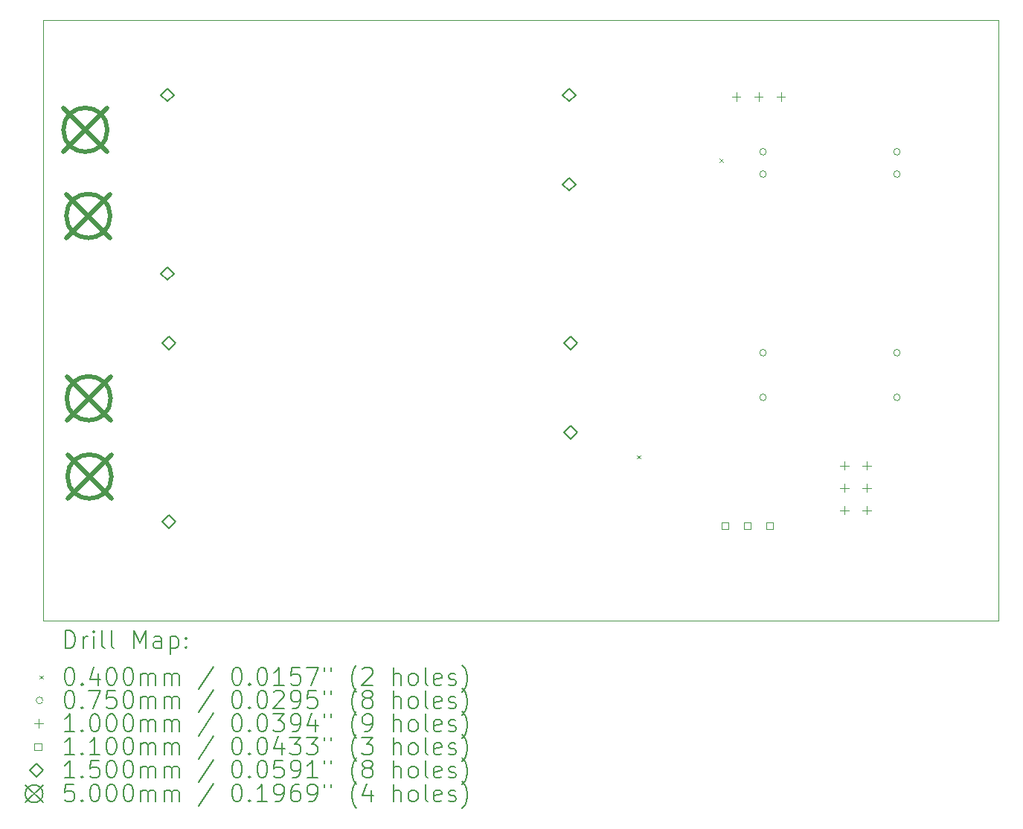
<source format=gbr>
%TF.GenerationSoftware,KiCad,Pcbnew,(6.0.7)*%
%TF.CreationDate,2023-04-08T09:09:30+05:30*%
%TF.ProjectId,aux_PS,6175785f-5053-42e6-9b69-6361645f7063,rev?*%
%TF.SameCoordinates,Original*%
%TF.FileFunction,Drillmap*%
%TF.FilePolarity,Positive*%
%FSLAX45Y45*%
G04 Gerber Fmt 4.5, Leading zero omitted, Abs format (unit mm)*
G04 Created by KiCad (PCBNEW (6.0.7)) date 2023-04-08 09:09:30*
%MOMM*%
%LPD*%
G01*
G04 APERTURE LIST*
%ADD10C,0.100000*%
%ADD11C,0.200000*%
%ADD12C,0.040000*%
%ADD13C,0.075000*%
%ADD14C,0.110000*%
%ADD15C,0.150000*%
%ADD16C,0.500000*%
G04 APERTURE END LIST*
D10*
X5193000Y-4083000D02*
X16062000Y-4083000D01*
X16062000Y-4083000D02*
X16062000Y-10913000D01*
X16062000Y-10913000D02*
X5193000Y-10913000D01*
X5193000Y-10913000D02*
X5193000Y-4083000D01*
D11*
D12*
X11947500Y-9032000D02*
X11987500Y-9072000D01*
X11987500Y-9032000D02*
X11947500Y-9072000D01*
X12890000Y-5655000D02*
X12930000Y-5695000D01*
X12930000Y-5655000D02*
X12890000Y-5695000D01*
D13*
X13421000Y-5580000D02*
G75*
G03*
X13421000Y-5580000I-37500J0D01*
G01*
X13421000Y-5834000D02*
G75*
G03*
X13421000Y-5834000I-37500J0D01*
G01*
X13421000Y-7866000D02*
G75*
G03*
X13421000Y-7866000I-37500J0D01*
G01*
X13421000Y-8374000D02*
G75*
G03*
X13421000Y-8374000I-37500J0D01*
G01*
X14945000Y-5580000D02*
G75*
G03*
X14945000Y-5580000I-37500J0D01*
G01*
X14945000Y-5834000D02*
G75*
G03*
X14945000Y-5834000I-37500J0D01*
G01*
X14945000Y-7866000D02*
G75*
G03*
X14945000Y-7866000I-37500J0D01*
G01*
X14945000Y-8374000D02*
G75*
G03*
X14945000Y-8374000I-37500J0D01*
G01*
D10*
X13079000Y-4904000D02*
X13079000Y-5004000D01*
X13029000Y-4954000D02*
X13129000Y-4954000D01*
X13333000Y-4904000D02*
X13333000Y-5004000D01*
X13283000Y-4954000D02*
X13383000Y-4954000D01*
X13587000Y-4904000D02*
X13587000Y-5004000D01*
X13537000Y-4954000D02*
X13637000Y-4954000D01*
X14310000Y-9099500D02*
X14310000Y-9199500D01*
X14260000Y-9149500D02*
X14360000Y-9149500D01*
X14310000Y-9353500D02*
X14310000Y-9453500D01*
X14260000Y-9403500D02*
X14360000Y-9403500D01*
X14310000Y-9607500D02*
X14310000Y-9707500D01*
X14260000Y-9657500D02*
X14360000Y-9657500D01*
X14564000Y-9099500D02*
X14564000Y-9199500D01*
X14514000Y-9149500D02*
X14614000Y-9149500D01*
X14564000Y-9353500D02*
X14564000Y-9453500D01*
X14514000Y-9403500D02*
X14614000Y-9403500D01*
X14564000Y-9607500D02*
X14564000Y-9707500D01*
X14514000Y-9657500D02*
X14614000Y-9657500D01*
D14*
X12989891Y-9876891D02*
X12989891Y-9799109D01*
X12912109Y-9799109D01*
X12912109Y-9876891D01*
X12989891Y-9876891D01*
X13243891Y-9876891D02*
X13243891Y-9799109D01*
X13166109Y-9799109D01*
X13166109Y-9876891D01*
X13243891Y-9876891D01*
X13497891Y-9876891D02*
X13497891Y-9799109D01*
X13420109Y-9799109D01*
X13420109Y-9876891D01*
X13497891Y-9876891D01*
D15*
X6607000Y-5008000D02*
X6682000Y-4933000D01*
X6607000Y-4858000D01*
X6532000Y-4933000D01*
X6607000Y-5008000D01*
X6607000Y-7040000D02*
X6682000Y-6965000D01*
X6607000Y-6890000D01*
X6532000Y-6965000D01*
X6607000Y-7040000D01*
X6623000Y-7832000D02*
X6698000Y-7757000D01*
X6623000Y-7682000D01*
X6548000Y-7757000D01*
X6623000Y-7832000D01*
X6623000Y-9864000D02*
X6698000Y-9789000D01*
X6623000Y-9714000D01*
X6548000Y-9789000D01*
X6623000Y-9864000D01*
X11179000Y-5008000D02*
X11254000Y-4933000D01*
X11179000Y-4858000D01*
X11104000Y-4933000D01*
X11179000Y-5008000D01*
X11179000Y-6024000D02*
X11254000Y-5949000D01*
X11179000Y-5874000D01*
X11104000Y-5949000D01*
X11179000Y-6024000D01*
X11195000Y-7832000D02*
X11270000Y-7757000D01*
X11195000Y-7682000D01*
X11120000Y-7757000D01*
X11195000Y-7832000D01*
X11195000Y-8848000D02*
X11270000Y-8773000D01*
X11195000Y-8698000D01*
X11120000Y-8773000D01*
X11195000Y-8848000D01*
D16*
X5422000Y-5080000D02*
X5922000Y-5580000D01*
X5922000Y-5080000D02*
X5422000Y-5580000D01*
X5922000Y-5330000D02*
G75*
G03*
X5922000Y-5330000I-250000J0D01*
G01*
X5455000Y-6060000D02*
X5955000Y-6560000D01*
X5955000Y-6060000D02*
X5455000Y-6560000D01*
X5955000Y-6310000D02*
G75*
G03*
X5955000Y-6310000I-250000J0D01*
G01*
X5460000Y-8135000D02*
X5960000Y-8635000D01*
X5960000Y-8135000D02*
X5460000Y-8635000D01*
X5960000Y-8385000D02*
G75*
G03*
X5960000Y-8385000I-250000J0D01*
G01*
X5469000Y-9025000D02*
X5969000Y-9525000D01*
X5969000Y-9025000D02*
X5469000Y-9525000D01*
X5969000Y-9275000D02*
G75*
G03*
X5969000Y-9275000I-250000J0D01*
G01*
D11*
X5445619Y-11228476D02*
X5445619Y-11028476D01*
X5493238Y-11028476D01*
X5521810Y-11038000D01*
X5540857Y-11057048D01*
X5550381Y-11076095D01*
X5559905Y-11114190D01*
X5559905Y-11142762D01*
X5550381Y-11180857D01*
X5540857Y-11199905D01*
X5521810Y-11218952D01*
X5493238Y-11228476D01*
X5445619Y-11228476D01*
X5645619Y-11228476D02*
X5645619Y-11095143D01*
X5645619Y-11133238D02*
X5655143Y-11114190D01*
X5664667Y-11104667D01*
X5683714Y-11095143D01*
X5702762Y-11095143D01*
X5769428Y-11228476D02*
X5769428Y-11095143D01*
X5769428Y-11028476D02*
X5759905Y-11038000D01*
X5769428Y-11047524D01*
X5778952Y-11038000D01*
X5769428Y-11028476D01*
X5769428Y-11047524D01*
X5893238Y-11228476D02*
X5874190Y-11218952D01*
X5864667Y-11199905D01*
X5864667Y-11028476D01*
X5998000Y-11228476D02*
X5978952Y-11218952D01*
X5969428Y-11199905D01*
X5969428Y-11028476D01*
X6226571Y-11228476D02*
X6226571Y-11028476D01*
X6293238Y-11171333D01*
X6359905Y-11028476D01*
X6359905Y-11228476D01*
X6540857Y-11228476D02*
X6540857Y-11123714D01*
X6531333Y-11104667D01*
X6512286Y-11095143D01*
X6474190Y-11095143D01*
X6455143Y-11104667D01*
X6540857Y-11218952D02*
X6521809Y-11228476D01*
X6474190Y-11228476D01*
X6455143Y-11218952D01*
X6445619Y-11199905D01*
X6445619Y-11180857D01*
X6455143Y-11161810D01*
X6474190Y-11152286D01*
X6521809Y-11152286D01*
X6540857Y-11142762D01*
X6636095Y-11095143D02*
X6636095Y-11295143D01*
X6636095Y-11104667D02*
X6655143Y-11095143D01*
X6693238Y-11095143D01*
X6712286Y-11104667D01*
X6721809Y-11114190D01*
X6731333Y-11133238D01*
X6731333Y-11190381D01*
X6721809Y-11209428D01*
X6712286Y-11218952D01*
X6693238Y-11228476D01*
X6655143Y-11228476D01*
X6636095Y-11218952D01*
X6817048Y-11209428D02*
X6826571Y-11218952D01*
X6817048Y-11228476D01*
X6807524Y-11218952D01*
X6817048Y-11209428D01*
X6817048Y-11228476D01*
X6817048Y-11104667D02*
X6826571Y-11114190D01*
X6817048Y-11123714D01*
X6807524Y-11114190D01*
X6817048Y-11104667D01*
X6817048Y-11123714D01*
D12*
X5148000Y-11538000D02*
X5188000Y-11578000D01*
X5188000Y-11538000D02*
X5148000Y-11578000D01*
D11*
X5483714Y-11448476D02*
X5502762Y-11448476D01*
X5521810Y-11458000D01*
X5531333Y-11467524D01*
X5540857Y-11486571D01*
X5550381Y-11524667D01*
X5550381Y-11572286D01*
X5540857Y-11610381D01*
X5531333Y-11629428D01*
X5521810Y-11638952D01*
X5502762Y-11648476D01*
X5483714Y-11648476D01*
X5464667Y-11638952D01*
X5455143Y-11629428D01*
X5445619Y-11610381D01*
X5436095Y-11572286D01*
X5436095Y-11524667D01*
X5445619Y-11486571D01*
X5455143Y-11467524D01*
X5464667Y-11458000D01*
X5483714Y-11448476D01*
X5636095Y-11629428D02*
X5645619Y-11638952D01*
X5636095Y-11648476D01*
X5626571Y-11638952D01*
X5636095Y-11629428D01*
X5636095Y-11648476D01*
X5817048Y-11515143D02*
X5817048Y-11648476D01*
X5769428Y-11438952D02*
X5721809Y-11581809D01*
X5845619Y-11581809D01*
X5959905Y-11448476D02*
X5978952Y-11448476D01*
X5998000Y-11458000D01*
X6007524Y-11467524D01*
X6017048Y-11486571D01*
X6026571Y-11524667D01*
X6026571Y-11572286D01*
X6017048Y-11610381D01*
X6007524Y-11629428D01*
X5998000Y-11638952D01*
X5978952Y-11648476D01*
X5959905Y-11648476D01*
X5940857Y-11638952D01*
X5931333Y-11629428D01*
X5921809Y-11610381D01*
X5912286Y-11572286D01*
X5912286Y-11524667D01*
X5921809Y-11486571D01*
X5931333Y-11467524D01*
X5940857Y-11458000D01*
X5959905Y-11448476D01*
X6150381Y-11448476D02*
X6169428Y-11448476D01*
X6188476Y-11458000D01*
X6198000Y-11467524D01*
X6207524Y-11486571D01*
X6217048Y-11524667D01*
X6217048Y-11572286D01*
X6207524Y-11610381D01*
X6198000Y-11629428D01*
X6188476Y-11638952D01*
X6169428Y-11648476D01*
X6150381Y-11648476D01*
X6131333Y-11638952D01*
X6121809Y-11629428D01*
X6112286Y-11610381D01*
X6102762Y-11572286D01*
X6102762Y-11524667D01*
X6112286Y-11486571D01*
X6121809Y-11467524D01*
X6131333Y-11458000D01*
X6150381Y-11448476D01*
X6302762Y-11648476D02*
X6302762Y-11515143D01*
X6302762Y-11534190D02*
X6312286Y-11524667D01*
X6331333Y-11515143D01*
X6359905Y-11515143D01*
X6378952Y-11524667D01*
X6388476Y-11543714D01*
X6388476Y-11648476D01*
X6388476Y-11543714D02*
X6398000Y-11524667D01*
X6417048Y-11515143D01*
X6445619Y-11515143D01*
X6464667Y-11524667D01*
X6474190Y-11543714D01*
X6474190Y-11648476D01*
X6569428Y-11648476D02*
X6569428Y-11515143D01*
X6569428Y-11534190D02*
X6578952Y-11524667D01*
X6598000Y-11515143D01*
X6626571Y-11515143D01*
X6645619Y-11524667D01*
X6655143Y-11543714D01*
X6655143Y-11648476D01*
X6655143Y-11543714D02*
X6664667Y-11524667D01*
X6683714Y-11515143D01*
X6712286Y-11515143D01*
X6731333Y-11524667D01*
X6740857Y-11543714D01*
X6740857Y-11648476D01*
X7131333Y-11438952D02*
X6959905Y-11696095D01*
X7388476Y-11448476D02*
X7407524Y-11448476D01*
X7426571Y-11458000D01*
X7436095Y-11467524D01*
X7445619Y-11486571D01*
X7455143Y-11524667D01*
X7455143Y-11572286D01*
X7445619Y-11610381D01*
X7436095Y-11629428D01*
X7426571Y-11638952D01*
X7407524Y-11648476D01*
X7388476Y-11648476D01*
X7369428Y-11638952D01*
X7359905Y-11629428D01*
X7350381Y-11610381D01*
X7340857Y-11572286D01*
X7340857Y-11524667D01*
X7350381Y-11486571D01*
X7359905Y-11467524D01*
X7369428Y-11458000D01*
X7388476Y-11448476D01*
X7540857Y-11629428D02*
X7550381Y-11638952D01*
X7540857Y-11648476D01*
X7531333Y-11638952D01*
X7540857Y-11629428D01*
X7540857Y-11648476D01*
X7674190Y-11448476D02*
X7693238Y-11448476D01*
X7712286Y-11458000D01*
X7721809Y-11467524D01*
X7731333Y-11486571D01*
X7740857Y-11524667D01*
X7740857Y-11572286D01*
X7731333Y-11610381D01*
X7721809Y-11629428D01*
X7712286Y-11638952D01*
X7693238Y-11648476D01*
X7674190Y-11648476D01*
X7655143Y-11638952D01*
X7645619Y-11629428D01*
X7636095Y-11610381D01*
X7626571Y-11572286D01*
X7626571Y-11524667D01*
X7636095Y-11486571D01*
X7645619Y-11467524D01*
X7655143Y-11458000D01*
X7674190Y-11448476D01*
X7931333Y-11648476D02*
X7817048Y-11648476D01*
X7874190Y-11648476D02*
X7874190Y-11448476D01*
X7855143Y-11477048D01*
X7836095Y-11496095D01*
X7817048Y-11505619D01*
X8112286Y-11448476D02*
X8017048Y-11448476D01*
X8007524Y-11543714D01*
X8017048Y-11534190D01*
X8036095Y-11524667D01*
X8083714Y-11524667D01*
X8102762Y-11534190D01*
X8112286Y-11543714D01*
X8121809Y-11562762D01*
X8121809Y-11610381D01*
X8112286Y-11629428D01*
X8102762Y-11638952D01*
X8083714Y-11648476D01*
X8036095Y-11648476D01*
X8017048Y-11638952D01*
X8007524Y-11629428D01*
X8188476Y-11448476D02*
X8321809Y-11448476D01*
X8236095Y-11648476D01*
X8388476Y-11448476D02*
X8388476Y-11486571D01*
X8464667Y-11448476D02*
X8464667Y-11486571D01*
X8759905Y-11724667D02*
X8750381Y-11715143D01*
X8731333Y-11686571D01*
X8721810Y-11667524D01*
X8712286Y-11638952D01*
X8702762Y-11591333D01*
X8702762Y-11553238D01*
X8712286Y-11505619D01*
X8721810Y-11477048D01*
X8731333Y-11458000D01*
X8750381Y-11429428D01*
X8759905Y-11419905D01*
X8826571Y-11467524D02*
X8836095Y-11458000D01*
X8855143Y-11448476D01*
X8902762Y-11448476D01*
X8921810Y-11458000D01*
X8931333Y-11467524D01*
X8940857Y-11486571D01*
X8940857Y-11505619D01*
X8931333Y-11534190D01*
X8817048Y-11648476D01*
X8940857Y-11648476D01*
X9178952Y-11648476D02*
X9178952Y-11448476D01*
X9264667Y-11648476D02*
X9264667Y-11543714D01*
X9255143Y-11524667D01*
X9236095Y-11515143D01*
X9207524Y-11515143D01*
X9188476Y-11524667D01*
X9178952Y-11534190D01*
X9388476Y-11648476D02*
X9369429Y-11638952D01*
X9359905Y-11629428D01*
X9350381Y-11610381D01*
X9350381Y-11553238D01*
X9359905Y-11534190D01*
X9369429Y-11524667D01*
X9388476Y-11515143D01*
X9417048Y-11515143D01*
X9436095Y-11524667D01*
X9445619Y-11534190D01*
X9455143Y-11553238D01*
X9455143Y-11610381D01*
X9445619Y-11629428D01*
X9436095Y-11638952D01*
X9417048Y-11648476D01*
X9388476Y-11648476D01*
X9569429Y-11648476D02*
X9550381Y-11638952D01*
X9540857Y-11619905D01*
X9540857Y-11448476D01*
X9721810Y-11638952D02*
X9702762Y-11648476D01*
X9664667Y-11648476D01*
X9645619Y-11638952D01*
X9636095Y-11619905D01*
X9636095Y-11543714D01*
X9645619Y-11524667D01*
X9664667Y-11515143D01*
X9702762Y-11515143D01*
X9721810Y-11524667D01*
X9731333Y-11543714D01*
X9731333Y-11562762D01*
X9636095Y-11581809D01*
X9807524Y-11638952D02*
X9826571Y-11648476D01*
X9864667Y-11648476D01*
X9883714Y-11638952D01*
X9893238Y-11619905D01*
X9893238Y-11610381D01*
X9883714Y-11591333D01*
X9864667Y-11581809D01*
X9836095Y-11581809D01*
X9817048Y-11572286D01*
X9807524Y-11553238D01*
X9807524Y-11543714D01*
X9817048Y-11524667D01*
X9836095Y-11515143D01*
X9864667Y-11515143D01*
X9883714Y-11524667D01*
X9959905Y-11724667D02*
X9969429Y-11715143D01*
X9988476Y-11686571D01*
X9998000Y-11667524D01*
X10007524Y-11638952D01*
X10017048Y-11591333D01*
X10017048Y-11553238D01*
X10007524Y-11505619D01*
X9998000Y-11477048D01*
X9988476Y-11458000D01*
X9969429Y-11429428D01*
X9959905Y-11419905D01*
D13*
X5188000Y-11822000D02*
G75*
G03*
X5188000Y-11822000I-37500J0D01*
G01*
D11*
X5483714Y-11712476D02*
X5502762Y-11712476D01*
X5521810Y-11722000D01*
X5531333Y-11731524D01*
X5540857Y-11750571D01*
X5550381Y-11788667D01*
X5550381Y-11836286D01*
X5540857Y-11874381D01*
X5531333Y-11893428D01*
X5521810Y-11902952D01*
X5502762Y-11912476D01*
X5483714Y-11912476D01*
X5464667Y-11902952D01*
X5455143Y-11893428D01*
X5445619Y-11874381D01*
X5436095Y-11836286D01*
X5436095Y-11788667D01*
X5445619Y-11750571D01*
X5455143Y-11731524D01*
X5464667Y-11722000D01*
X5483714Y-11712476D01*
X5636095Y-11893428D02*
X5645619Y-11902952D01*
X5636095Y-11912476D01*
X5626571Y-11902952D01*
X5636095Y-11893428D01*
X5636095Y-11912476D01*
X5712286Y-11712476D02*
X5845619Y-11712476D01*
X5759905Y-11912476D01*
X6017048Y-11712476D02*
X5921809Y-11712476D01*
X5912286Y-11807714D01*
X5921809Y-11798190D01*
X5940857Y-11788667D01*
X5988476Y-11788667D01*
X6007524Y-11798190D01*
X6017048Y-11807714D01*
X6026571Y-11826762D01*
X6026571Y-11874381D01*
X6017048Y-11893428D01*
X6007524Y-11902952D01*
X5988476Y-11912476D01*
X5940857Y-11912476D01*
X5921809Y-11902952D01*
X5912286Y-11893428D01*
X6150381Y-11712476D02*
X6169428Y-11712476D01*
X6188476Y-11722000D01*
X6198000Y-11731524D01*
X6207524Y-11750571D01*
X6217048Y-11788667D01*
X6217048Y-11836286D01*
X6207524Y-11874381D01*
X6198000Y-11893428D01*
X6188476Y-11902952D01*
X6169428Y-11912476D01*
X6150381Y-11912476D01*
X6131333Y-11902952D01*
X6121809Y-11893428D01*
X6112286Y-11874381D01*
X6102762Y-11836286D01*
X6102762Y-11788667D01*
X6112286Y-11750571D01*
X6121809Y-11731524D01*
X6131333Y-11722000D01*
X6150381Y-11712476D01*
X6302762Y-11912476D02*
X6302762Y-11779143D01*
X6302762Y-11798190D02*
X6312286Y-11788667D01*
X6331333Y-11779143D01*
X6359905Y-11779143D01*
X6378952Y-11788667D01*
X6388476Y-11807714D01*
X6388476Y-11912476D01*
X6388476Y-11807714D02*
X6398000Y-11788667D01*
X6417048Y-11779143D01*
X6445619Y-11779143D01*
X6464667Y-11788667D01*
X6474190Y-11807714D01*
X6474190Y-11912476D01*
X6569428Y-11912476D02*
X6569428Y-11779143D01*
X6569428Y-11798190D02*
X6578952Y-11788667D01*
X6598000Y-11779143D01*
X6626571Y-11779143D01*
X6645619Y-11788667D01*
X6655143Y-11807714D01*
X6655143Y-11912476D01*
X6655143Y-11807714D02*
X6664667Y-11788667D01*
X6683714Y-11779143D01*
X6712286Y-11779143D01*
X6731333Y-11788667D01*
X6740857Y-11807714D01*
X6740857Y-11912476D01*
X7131333Y-11702952D02*
X6959905Y-11960095D01*
X7388476Y-11712476D02*
X7407524Y-11712476D01*
X7426571Y-11722000D01*
X7436095Y-11731524D01*
X7445619Y-11750571D01*
X7455143Y-11788667D01*
X7455143Y-11836286D01*
X7445619Y-11874381D01*
X7436095Y-11893428D01*
X7426571Y-11902952D01*
X7407524Y-11912476D01*
X7388476Y-11912476D01*
X7369428Y-11902952D01*
X7359905Y-11893428D01*
X7350381Y-11874381D01*
X7340857Y-11836286D01*
X7340857Y-11788667D01*
X7350381Y-11750571D01*
X7359905Y-11731524D01*
X7369428Y-11722000D01*
X7388476Y-11712476D01*
X7540857Y-11893428D02*
X7550381Y-11902952D01*
X7540857Y-11912476D01*
X7531333Y-11902952D01*
X7540857Y-11893428D01*
X7540857Y-11912476D01*
X7674190Y-11712476D02*
X7693238Y-11712476D01*
X7712286Y-11722000D01*
X7721809Y-11731524D01*
X7731333Y-11750571D01*
X7740857Y-11788667D01*
X7740857Y-11836286D01*
X7731333Y-11874381D01*
X7721809Y-11893428D01*
X7712286Y-11902952D01*
X7693238Y-11912476D01*
X7674190Y-11912476D01*
X7655143Y-11902952D01*
X7645619Y-11893428D01*
X7636095Y-11874381D01*
X7626571Y-11836286D01*
X7626571Y-11788667D01*
X7636095Y-11750571D01*
X7645619Y-11731524D01*
X7655143Y-11722000D01*
X7674190Y-11712476D01*
X7817048Y-11731524D02*
X7826571Y-11722000D01*
X7845619Y-11712476D01*
X7893238Y-11712476D01*
X7912286Y-11722000D01*
X7921809Y-11731524D01*
X7931333Y-11750571D01*
X7931333Y-11769619D01*
X7921809Y-11798190D01*
X7807524Y-11912476D01*
X7931333Y-11912476D01*
X8026571Y-11912476D02*
X8064667Y-11912476D01*
X8083714Y-11902952D01*
X8093238Y-11893428D01*
X8112286Y-11864857D01*
X8121809Y-11826762D01*
X8121809Y-11750571D01*
X8112286Y-11731524D01*
X8102762Y-11722000D01*
X8083714Y-11712476D01*
X8045619Y-11712476D01*
X8026571Y-11722000D01*
X8017048Y-11731524D01*
X8007524Y-11750571D01*
X8007524Y-11798190D01*
X8017048Y-11817238D01*
X8026571Y-11826762D01*
X8045619Y-11836286D01*
X8083714Y-11836286D01*
X8102762Y-11826762D01*
X8112286Y-11817238D01*
X8121809Y-11798190D01*
X8302762Y-11712476D02*
X8207524Y-11712476D01*
X8198000Y-11807714D01*
X8207524Y-11798190D01*
X8226571Y-11788667D01*
X8274190Y-11788667D01*
X8293238Y-11798190D01*
X8302762Y-11807714D01*
X8312286Y-11826762D01*
X8312286Y-11874381D01*
X8302762Y-11893428D01*
X8293238Y-11902952D01*
X8274190Y-11912476D01*
X8226571Y-11912476D01*
X8207524Y-11902952D01*
X8198000Y-11893428D01*
X8388476Y-11712476D02*
X8388476Y-11750571D01*
X8464667Y-11712476D02*
X8464667Y-11750571D01*
X8759905Y-11988667D02*
X8750381Y-11979143D01*
X8731333Y-11950571D01*
X8721810Y-11931524D01*
X8712286Y-11902952D01*
X8702762Y-11855333D01*
X8702762Y-11817238D01*
X8712286Y-11769619D01*
X8721810Y-11741048D01*
X8731333Y-11722000D01*
X8750381Y-11693428D01*
X8759905Y-11683905D01*
X8864667Y-11798190D02*
X8845619Y-11788667D01*
X8836095Y-11779143D01*
X8826571Y-11760095D01*
X8826571Y-11750571D01*
X8836095Y-11731524D01*
X8845619Y-11722000D01*
X8864667Y-11712476D01*
X8902762Y-11712476D01*
X8921810Y-11722000D01*
X8931333Y-11731524D01*
X8940857Y-11750571D01*
X8940857Y-11760095D01*
X8931333Y-11779143D01*
X8921810Y-11788667D01*
X8902762Y-11798190D01*
X8864667Y-11798190D01*
X8845619Y-11807714D01*
X8836095Y-11817238D01*
X8826571Y-11836286D01*
X8826571Y-11874381D01*
X8836095Y-11893428D01*
X8845619Y-11902952D01*
X8864667Y-11912476D01*
X8902762Y-11912476D01*
X8921810Y-11902952D01*
X8931333Y-11893428D01*
X8940857Y-11874381D01*
X8940857Y-11836286D01*
X8931333Y-11817238D01*
X8921810Y-11807714D01*
X8902762Y-11798190D01*
X9178952Y-11912476D02*
X9178952Y-11712476D01*
X9264667Y-11912476D02*
X9264667Y-11807714D01*
X9255143Y-11788667D01*
X9236095Y-11779143D01*
X9207524Y-11779143D01*
X9188476Y-11788667D01*
X9178952Y-11798190D01*
X9388476Y-11912476D02*
X9369429Y-11902952D01*
X9359905Y-11893428D01*
X9350381Y-11874381D01*
X9350381Y-11817238D01*
X9359905Y-11798190D01*
X9369429Y-11788667D01*
X9388476Y-11779143D01*
X9417048Y-11779143D01*
X9436095Y-11788667D01*
X9445619Y-11798190D01*
X9455143Y-11817238D01*
X9455143Y-11874381D01*
X9445619Y-11893428D01*
X9436095Y-11902952D01*
X9417048Y-11912476D01*
X9388476Y-11912476D01*
X9569429Y-11912476D02*
X9550381Y-11902952D01*
X9540857Y-11883905D01*
X9540857Y-11712476D01*
X9721810Y-11902952D02*
X9702762Y-11912476D01*
X9664667Y-11912476D01*
X9645619Y-11902952D01*
X9636095Y-11883905D01*
X9636095Y-11807714D01*
X9645619Y-11788667D01*
X9664667Y-11779143D01*
X9702762Y-11779143D01*
X9721810Y-11788667D01*
X9731333Y-11807714D01*
X9731333Y-11826762D01*
X9636095Y-11845809D01*
X9807524Y-11902952D02*
X9826571Y-11912476D01*
X9864667Y-11912476D01*
X9883714Y-11902952D01*
X9893238Y-11883905D01*
X9893238Y-11874381D01*
X9883714Y-11855333D01*
X9864667Y-11845809D01*
X9836095Y-11845809D01*
X9817048Y-11836286D01*
X9807524Y-11817238D01*
X9807524Y-11807714D01*
X9817048Y-11788667D01*
X9836095Y-11779143D01*
X9864667Y-11779143D01*
X9883714Y-11788667D01*
X9959905Y-11988667D02*
X9969429Y-11979143D01*
X9988476Y-11950571D01*
X9998000Y-11931524D01*
X10007524Y-11902952D01*
X10017048Y-11855333D01*
X10017048Y-11817238D01*
X10007524Y-11769619D01*
X9998000Y-11741048D01*
X9988476Y-11722000D01*
X9969429Y-11693428D01*
X9959905Y-11683905D01*
D10*
X5138000Y-12036000D02*
X5138000Y-12136000D01*
X5088000Y-12086000D02*
X5188000Y-12086000D01*
D11*
X5550381Y-12176476D02*
X5436095Y-12176476D01*
X5493238Y-12176476D02*
X5493238Y-11976476D01*
X5474190Y-12005048D01*
X5455143Y-12024095D01*
X5436095Y-12033619D01*
X5636095Y-12157428D02*
X5645619Y-12166952D01*
X5636095Y-12176476D01*
X5626571Y-12166952D01*
X5636095Y-12157428D01*
X5636095Y-12176476D01*
X5769428Y-11976476D02*
X5788476Y-11976476D01*
X5807524Y-11986000D01*
X5817048Y-11995524D01*
X5826571Y-12014571D01*
X5836095Y-12052667D01*
X5836095Y-12100286D01*
X5826571Y-12138381D01*
X5817048Y-12157428D01*
X5807524Y-12166952D01*
X5788476Y-12176476D01*
X5769428Y-12176476D01*
X5750381Y-12166952D01*
X5740857Y-12157428D01*
X5731333Y-12138381D01*
X5721809Y-12100286D01*
X5721809Y-12052667D01*
X5731333Y-12014571D01*
X5740857Y-11995524D01*
X5750381Y-11986000D01*
X5769428Y-11976476D01*
X5959905Y-11976476D02*
X5978952Y-11976476D01*
X5998000Y-11986000D01*
X6007524Y-11995524D01*
X6017048Y-12014571D01*
X6026571Y-12052667D01*
X6026571Y-12100286D01*
X6017048Y-12138381D01*
X6007524Y-12157428D01*
X5998000Y-12166952D01*
X5978952Y-12176476D01*
X5959905Y-12176476D01*
X5940857Y-12166952D01*
X5931333Y-12157428D01*
X5921809Y-12138381D01*
X5912286Y-12100286D01*
X5912286Y-12052667D01*
X5921809Y-12014571D01*
X5931333Y-11995524D01*
X5940857Y-11986000D01*
X5959905Y-11976476D01*
X6150381Y-11976476D02*
X6169428Y-11976476D01*
X6188476Y-11986000D01*
X6198000Y-11995524D01*
X6207524Y-12014571D01*
X6217048Y-12052667D01*
X6217048Y-12100286D01*
X6207524Y-12138381D01*
X6198000Y-12157428D01*
X6188476Y-12166952D01*
X6169428Y-12176476D01*
X6150381Y-12176476D01*
X6131333Y-12166952D01*
X6121809Y-12157428D01*
X6112286Y-12138381D01*
X6102762Y-12100286D01*
X6102762Y-12052667D01*
X6112286Y-12014571D01*
X6121809Y-11995524D01*
X6131333Y-11986000D01*
X6150381Y-11976476D01*
X6302762Y-12176476D02*
X6302762Y-12043143D01*
X6302762Y-12062190D02*
X6312286Y-12052667D01*
X6331333Y-12043143D01*
X6359905Y-12043143D01*
X6378952Y-12052667D01*
X6388476Y-12071714D01*
X6388476Y-12176476D01*
X6388476Y-12071714D02*
X6398000Y-12052667D01*
X6417048Y-12043143D01*
X6445619Y-12043143D01*
X6464667Y-12052667D01*
X6474190Y-12071714D01*
X6474190Y-12176476D01*
X6569428Y-12176476D02*
X6569428Y-12043143D01*
X6569428Y-12062190D02*
X6578952Y-12052667D01*
X6598000Y-12043143D01*
X6626571Y-12043143D01*
X6645619Y-12052667D01*
X6655143Y-12071714D01*
X6655143Y-12176476D01*
X6655143Y-12071714D02*
X6664667Y-12052667D01*
X6683714Y-12043143D01*
X6712286Y-12043143D01*
X6731333Y-12052667D01*
X6740857Y-12071714D01*
X6740857Y-12176476D01*
X7131333Y-11966952D02*
X6959905Y-12224095D01*
X7388476Y-11976476D02*
X7407524Y-11976476D01*
X7426571Y-11986000D01*
X7436095Y-11995524D01*
X7445619Y-12014571D01*
X7455143Y-12052667D01*
X7455143Y-12100286D01*
X7445619Y-12138381D01*
X7436095Y-12157428D01*
X7426571Y-12166952D01*
X7407524Y-12176476D01*
X7388476Y-12176476D01*
X7369428Y-12166952D01*
X7359905Y-12157428D01*
X7350381Y-12138381D01*
X7340857Y-12100286D01*
X7340857Y-12052667D01*
X7350381Y-12014571D01*
X7359905Y-11995524D01*
X7369428Y-11986000D01*
X7388476Y-11976476D01*
X7540857Y-12157428D02*
X7550381Y-12166952D01*
X7540857Y-12176476D01*
X7531333Y-12166952D01*
X7540857Y-12157428D01*
X7540857Y-12176476D01*
X7674190Y-11976476D02*
X7693238Y-11976476D01*
X7712286Y-11986000D01*
X7721809Y-11995524D01*
X7731333Y-12014571D01*
X7740857Y-12052667D01*
X7740857Y-12100286D01*
X7731333Y-12138381D01*
X7721809Y-12157428D01*
X7712286Y-12166952D01*
X7693238Y-12176476D01*
X7674190Y-12176476D01*
X7655143Y-12166952D01*
X7645619Y-12157428D01*
X7636095Y-12138381D01*
X7626571Y-12100286D01*
X7626571Y-12052667D01*
X7636095Y-12014571D01*
X7645619Y-11995524D01*
X7655143Y-11986000D01*
X7674190Y-11976476D01*
X7807524Y-11976476D02*
X7931333Y-11976476D01*
X7864667Y-12052667D01*
X7893238Y-12052667D01*
X7912286Y-12062190D01*
X7921809Y-12071714D01*
X7931333Y-12090762D01*
X7931333Y-12138381D01*
X7921809Y-12157428D01*
X7912286Y-12166952D01*
X7893238Y-12176476D01*
X7836095Y-12176476D01*
X7817048Y-12166952D01*
X7807524Y-12157428D01*
X8026571Y-12176476D02*
X8064667Y-12176476D01*
X8083714Y-12166952D01*
X8093238Y-12157428D01*
X8112286Y-12128857D01*
X8121809Y-12090762D01*
X8121809Y-12014571D01*
X8112286Y-11995524D01*
X8102762Y-11986000D01*
X8083714Y-11976476D01*
X8045619Y-11976476D01*
X8026571Y-11986000D01*
X8017048Y-11995524D01*
X8007524Y-12014571D01*
X8007524Y-12062190D01*
X8017048Y-12081238D01*
X8026571Y-12090762D01*
X8045619Y-12100286D01*
X8083714Y-12100286D01*
X8102762Y-12090762D01*
X8112286Y-12081238D01*
X8121809Y-12062190D01*
X8293238Y-12043143D02*
X8293238Y-12176476D01*
X8245619Y-11966952D02*
X8198000Y-12109809D01*
X8321809Y-12109809D01*
X8388476Y-11976476D02*
X8388476Y-12014571D01*
X8464667Y-11976476D02*
X8464667Y-12014571D01*
X8759905Y-12252667D02*
X8750381Y-12243143D01*
X8731333Y-12214571D01*
X8721810Y-12195524D01*
X8712286Y-12166952D01*
X8702762Y-12119333D01*
X8702762Y-12081238D01*
X8712286Y-12033619D01*
X8721810Y-12005048D01*
X8731333Y-11986000D01*
X8750381Y-11957428D01*
X8759905Y-11947905D01*
X8845619Y-12176476D02*
X8883714Y-12176476D01*
X8902762Y-12166952D01*
X8912286Y-12157428D01*
X8931333Y-12128857D01*
X8940857Y-12090762D01*
X8940857Y-12014571D01*
X8931333Y-11995524D01*
X8921810Y-11986000D01*
X8902762Y-11976476D01*
X8864667Y-11976476D01*
X8845619Y-11986000D01*
X8836095Y-11995524D01*
X8826571Y-12014571D01*
X8826571Y-12062190D01*
X8836095Y-12081238D01*
X8845619Y-12090762D01*
X8864667Y-12100286D01*
X8902762Y-12100286D01*
X8921810Y-12090762D01*
X8931333Y-12081238D01*
X8940857Y-12062190D01*
X9178952Y-12176476D02*
X9178952Y-11976476D01*
X9264667Y-12176476D02*
X9264667Y-12071714D01*
X9255143Y-12052667D01*
X9236095Y-12043143D01*
X9207524Y-12043143D01*
X9188476Y-12052667D01*
X9178952Y-12062190D01*
X9388476Y-12176476D02*
X9369429Y-12166952D01*
X9359905Y-12157428D01*
X9350381Y-12138381D01*
X9350381Y-12081238D01*
X9359905Y-12062190D01*
X9369429Y-12052667D01*
X9388476Y-12043143D01*
X9417048Y-12043143D01*
X9436095Y-12052667D01*
X9445619Y-12062190D01*
X9455143Y-12081238D01*
X9455143Y-12138381D01*
X9445619Y-12157428D01*
X9436095Y-12166952D01*
X9417048Y-12176476D01*
X9388476Y-12176476D01*
X9569429Y-12176476D02*
X9550381Y-12166952D01*
X9540857Y-12147905D01*
X9540857Y-11976476D01*
X9721810Y-12166952D02*
X9702762Y-12176476D01*
X9664667Y-12176476D01*
X9645619Y-12166952D01*
X9636095Y-12147905D01*
X9636095Y-12071714D01*
X9645619Y-12052667D01*
X9664667Y-12043143D01*
X9702762Y-12043143D01*
X9721810Y-12052667D01*
X9731333Y-12071714D01*
X9731333Y-12090762D01*
X9636095Y-12109809D01*
X9807524Y-12166952D02*
X9826571Y-12176476D01*
X9864667Y-12176476D01*
X9883714Y-12166952D01*
X9893238Y-12147905D01*
X9893238Y-12138381D01*
X9883714Y-12119333D01*
X9864667Y-12109809D01*
X9836095Y-12109809D01*
X9817048Y-12100286D01*
X9807524Y-12081238D01*
X9807524Y-12071714D01*
X9817048Y-12052667D01*
X9836095Y-12043143D01*
X9864667Y-12043143D01*
X9883714Y-12052667D01*
X9959905Y-12252667D02*
X9969429Y-12243143D01*
X9988476Y-12214571D01*
X9998000Y-12195524D01*
X10007524Y-12166952D01*
X10017048Y-12119333D01*
X10017048Y-12081238D01*
X10007524Y-12033619D01*
X9998000Y-12005048D01*
X9988476Y-11986000D01*
X9969429Y-11957428D01*
X9959905Y-11947905D01*
D14*
X5171891Y-12388891D02*
X5171891Y-12311109D01*
X5094109Y-12311109D01*
X5094109Y-12388891D01*
X5171891Y-12388891D01*
D11*
X5550381Y-12440476D02*
X5436095Y-12440476D01*
X5493238Y-12440476D02*
X5493238Y-12240476D01*
X5474190Y-12269048D01*
X5455143Y-12288095D01*
X5436095Y-12297619D01*
X5636095Y-12421428D02*
X5645619Y-12430952D01*
X5636095Y-12440476D01*
X5626571Y-12430952D01*
X5636095Y-12421428D01*
X5636095Y-12440476D01*
X5836095Y-12440476D02*
X5721809Y-12440476D01*
X5778952Y-12440476D02*
X5778952Y-12240476D01*
X5759905Y-12269048D01*
X5740857Y-12288095D01*
X5721809Y-12297619D01*
X5959905Y-12240476D02*
X5978952Y-12240476D01*
X5998000Y-12250000D01*
X6007524Y-12259524D01*
X6017048Y-12278571D01*
X6026571Y-12316667D01*
X6026571Y-12364286D01*
X6017048Y-12402381D01*
X6007524Y-12421428D01*
X5998000Y-12430952D01*
X5978952Y-12440476D01*
X5959905Y-12440476D01*
X5940857Y-12430952D01*
X5931333Y-12421428D01*
X5921809Y-12402381D01*
X5912286Y-12364286D01*
X5912286Y-12316667D01*
X5921809Y-12278571D01*
X5931333Y-12259524D01*
X5940857Y-12250000D01*
X5959905Y-12240476D01*
X6150381Y-12240476D02*
X6169428Y-12240476D01*
X6188476Y-12250000D01*
X6198000Y-12259524D01*
X6207524Y-12278571D01*
X6217048Y-12316667D01*
X6217048Y-12364286D01*
X6207524Y-12402381D01*
X6198000Y-12421428D01*
X6188476Y-12430952D01*
X6169428Y-12440476D01*
X6150381Y-12440476D01*
X6131333Y-12430952D01*
X6121809Y-12421428D01*
X6112286Y-12402381D01*
X6102762Y-12364286D01*
X6102762Y-12316667D01*
X6112286Y-12278571D01*
X6121809Y-12259524D01*
X6131333Y-12250000D01*
X6150381Y-12240476D01*
X6302762Y-12440476D02*
X6302762Y-12307143D01*
X6302762Y-12326190D02*
X6312286Y-12316667D01*
X6331333Y-12307143D01*
X6359905Y-12307143D01*
X6378952Y-12316667D01*
X6388476Y-12335714D01*
X6388476Y-12440476D01*
X6388476Y-12335714D02*
X6398000Y-12316667D01*
X6417048Y-12307143D01*
X6445619Y-12307143D01*
X6464667Y-12316667D01*
X6474190Y-12335714D01*
X6474190Y-12440476D01*
X6569428Y-12440476D02*
X6569428Y-12307143D01*
X6569428Y-12326190D02*
X6578952Y-12316667D01*
X6598000Y-12307143D01*
X6626571Y-12307143D01*
X6645619Y-12316667D01*
X6655143Y-12335714D01*
X6655143Y-12440476D01*
X6655143Y-12335714D02*
X6664667Y-12316667D01*
X6683714Y-12307143D01*
X6712286Y-12307143D01*
X6731333Y-12316667D01*
X6740857Y-12335714D01*
X6740857Y-12440476D01*
X7131333Y-12230952D02*
X6959905Y-12488095D01*
X7388476Y-12240476D02*
X7407524Y-12240476D01*
X7426571Y-12250000D01*
X7436095Y-12259524D01*
X7445619Y-12278571D01*
X7455143Y-12316667D01*
X7455143Y-12364286D01*
X7445619Y-12402381D01*
X7436095Y-12421428D01*
X7426571Y-12430952D01*
X7407524Y-12440476D01*
X7388476Y-12440476D01*
X7369428Y-12430952D01*
X7359905Y-12421428D01*
X7350381Y-12402381D01*
X7340857Y-12364286D01*
X7340857Y-12316667D01*
X7350381Y-12278571D01*
X7359905Y-12259524D01*
X7369428Y-12250000D01*
X7388476Y-12240476D01*
X7540857Y-12421428D02*
X7550381Y-12430952D01*
X7540857Y-12440476D01*
X7531333Y-12430952D01*
X7540857Y-12421428D01*
X7540857Y-12440476D01*
X7674190Y-12240476D02*
X7693238Y-12240476D01*
X7712286Y-12250000D01*
X7721809Y-12259524D01*
X7731333Y-12278571D01*
X7740857Y-12316667D01*
X7740857Y-12364286D01*
X7731333Y-12402381D01*
X7721809Y-12421428D01*
X7712286Y-12430952D01*
X7693238Y-12440476D01*
X7674190Y-12440476D01*
X7655143Y-12430952D01*
X7645619Y-12421428D01*
X7636095Y-12402381D01*
X7626571Y-12364286D01*
X7626571Y-12316667D01*
X7636095Y-12278571D01*
X7645619Y-12259524D01*
X7655143Y-12250000D01*
X7674190Y-12240476D01*
X7912286Y-12307143D02*
X7912286Y-12440476D01*
X7864667Y-12230952D02*
X7817048Y-12373809D01*
X7940857Y-12373809D01*
X7998000Y-12240476D02*
X8121809Y-12240476D01*
X8055143Y-12316667D01*
X8083714Y-12316667D01*
X8102762Y-12326190D01*
X8112286Y-12335714D01*
X8121809Y-12354762D01*
X8121809Y-12402381D01*
X8112286Y-12421428D01*
X8102762Y-12430952D01*
X8083714Y-12440476D01*
X8026571Y-12440476D01*
X8007524Y-12430952D01*
X7998000Y-12421428D01*
X8188476Y-12240476D02*
X8312286Y-12240476D01*
X8245619Y-12316667D01*
X8274190Y-12316667D01*
X8293238Y-12326190D01*
X8302762Y-12335714D01*
X8312286Y-12354762D01*
X8312286Y-12402381D01*
X8302762Y-12421428D01*
X8293238Y-12430952D01*
X8274190Y-12440476D01*
X8217048Y-12440476D01*
X8198000Y-12430952D01*
X8188476Y-12421428D01*
X8388476Y-12240476D02*
X8388476Y-12278571D01*
X8464667Y-12240476D02*
X8464667Y-12278571D01*
X8759905Y-12516667D02*
X8750381Y-12507143D01*
X8731333Y-12478571D01*
X8721810Y-12459524D01*
X8712286Y-12430952D01*
X8702762Y-12383333D01*
X8702762Y-12345238D01*
X8712286Y-12297619D01*
X8721810Y-12269048D01*
X8731333Y-12250000D01*
X8750381Y-12221428D01*
X8759905Y-12211905D01*
X8817048Y-12240476D02*
X8940857Y-12240476D01*
X8874190Y-12316667D01*
X8902762Y-12316667D01*
X8921810Y-12326190D01*
X8931333Y-12335714D01*
X8940857Y-12354762D01*
X8940857Y-12402381D01*
X8931333Y-12421428D01*
X8921810Y-12430952D01*
X8902762Y-12440476D01*
X8845619Y-12440476D01*
X8826571Y-12430952D01*
X8817048Y-12421428D01*
X9178952Y-12440476D02*
X9178952Y-12240476D01*
X9264667Y-12440476D02*
X9264667Y-12335714D01*
X9255143Y-12316667D01*
X9236095Y-12307143D01*
X9207524Y-12307143D01*
X9188476Y-12316667D01*
X9178952Y-12326190D01*
X9388476Y-12440476D02*
X9369429Y-12430952D01*
X9359905Y-12421428D01*
X9350381Y-12402381D01*
X9350381Y-12345238D01*
X9359905Y-12326190D01*
X9369429Y-12316667D01*
X9388476Y-12307143D01*
X9417048Y-12307143D01*
X9436095Y-12316667D01*
X9445619Y-12326190D01*
X9455143Y-12345238D01*
X9455143Y-12402381D01*
X9445619Y-12421428D01*
X9436095Y-12430952D01*
X9417048Y-12440476D01*
X9388476Y-12440476D01*
X9569429Y-12440476D02*
X9550381Y-12430952D01*
X9540857Y-12411905D01*
X9540857Y-12240476D01*
X9721810Y-12430952D02*
X9702762Y-12440476D01*
X9664667Y-12440476D01*
X9645619Y-12430952D01*
X9636095Y-12411905D01*
X9636095Y-12335714D01*
X9645619Y-12316667D01*
X9664667Y-12307143D01*
X9702762Y-12307143D01*
X9721810Y-12316667D01*
X9731333Y-12335714D01*
X9731333Y-12354762D01*
X9636095Y-12373809D01*
X9807524Y-12430952D02*
X9826571Y-12440476D01*
X9864667Y-12440476D01*
X9883714Y-12430952D01*
X9893238Y-12411905D01*
X9893238Y-12402381D01*
X9883714Y-12383333D01*
X9864667Y-12373809D01*
X9836095Y-12373809D01*
X9817048Y-12364286D01*
X9807524Y-12345238D01*
X9807524Y-12335714D01*
X9817048Y-12316667D01*
X9836095Y-12307143D01*
X9864667Y-12307143D01*
X9883714Y-12316667D01*
X9959905Y-12516667D02*
X9969429Y-12507143D01*
X9988476Y-12478571D01*
X9998000Y-12459524D01*
X10007524Y-12430952D01*
X10017048Y-12383333D01*
X10017048Y-12345238D01*
X10007524Y-12297619D01*
X9998000Y-12269048D01*
X9988476Y-12250000D01*
X9969429Y-12221428D01*
X9959905Y-12211905D01*
D15*
X5113000Y-12689000D02*
X5188000Y-12614000D01*
X5113000Y-12539000D01*
X5038000Y-12614000D01*
X5113000Y-12689000D01*
D11*
X5550381Y-12704476D02*
X5436095Y-12704476D01*
X5493238Y-12704476D02*
X5493238Y-12504476D01*
X5474190Y-12533048D01*
X5455143Y-12552095D01*
X5436095Y-12561619D01*
X5636095Y-12685428D02*
X5645619Y-12694952D01*
X5636095Y-12704476D01*
X5626571Y-12694952D01*
X5636095Y-12685428D01*
X5636095Y-12704476D01*
X5826571Y-12504476D02*
X5731333Y-12504476D01*
X5721809Y-12599714D01*
X5731333Y-12590190D01*
X5750381Y-12580667D01*
X5798000Y-12580667D01*
X5817048Y-12590190D01*
X5826571Y-12599714D01*
X5836095Y-12618762D01*
X5836095Y-12666381D01*
X5826571Y-12685428D01*
X5817048Y-12694952D01*
X5798000Y-12704476D01*
X5750381Y-12704476D01*
X5731333Y-12694952D01*
X5721809Y-12685428D01*
X5959905Y-12504476D02*
X5978952Y-12504476D01*
X5998000Y-12514000D01*
X6007524Y-12523524D01*
X6017048Y-12542571D01*
X6026571Y-12580667D01*
X6026571Y-12628286D01*
X6017048Y-12666381D01*
X6007524Y-12685428D01*
X5998000Y-12694952D01*
X5978952Y-12704476D01*
X5959905Y-12704476D01*
X5940857Y-12694952D01*
X5931333Y-12685428D01*
X5921809Y-12666381D01*
X5912286Y-12628286D01*
X5912286Y-12580667D01*
X5921809Y-12542571D01*
X5931333Y-12523524D01*
X5940857Y-12514000D01*
X5959905Y-12504476D01*
X6150381Y-12504476D02*
X6169428Y-12504476D01*
X6188476Y-12514000D01*
X6198000Y-12523524D01*
X6207524Y-12542571D01*
X6217048Y-12580667D01*
X6217048Y-12628286D01*
X6207524Y-12666381D01*
X6198000Y-12685428D01*
X6188476Y-12694952D01*
X6169428Y-12704476D01*
X6150381Y-12704476D01*
X6131333Y-12694952D01*
X6121809Y-12685428D01*
X6112286Y-12666381D01*
X6102762Y-12628286D01*
X6102762Y-12580667D01*
X6112286Y-12542571D01*
X6121809Y-12523524D01*
X6131333Y-12514000D01*
X6150381Y-12504476D01*
X6302762Y-12704476D02*
X6302762Y-12571143D01*
X6302762Y-12590190D02*
X6312286Y-12580667D01*
X6331333Y-12571143D01*
X6359905Y-12571143D01*
X6378952Y-12580667D01*
X6388476Y-12599714D01*
X6388476Y-12704476D01*
X6388476Y-12599714D02*
X6398000Y-12580667D01*
X6417048Y-12571143D01*
X6445619Y-12571143D01*
X6464667Y-12580667D01*
X6474190Y-12599714D01*
X6474190Y-12704476D01*
X6569428Y-12704476D02*
X6569428Y-12571143D01*
X6569428Y-12590190D02*
X6578952Y-12580667D01*
X6598000Y-12571143D01*
X6626571Y-12571143D01*
X6645619Y-12580667D01*
X6655143Y-12599714D01*
X6655143Y-12704476D01*
X6655143Y-12599714D02*
X6664667Y-12580667D01*
X6683714Y-12571143D01*
X6712286Y-12571143D01*
X6731333Y-12580667D01*
X6740857Y-12599714D01*
X6740857Y-12704476D01*
X7131333Y-12494952D02*
X6959905Y-12752095D01*
X7388476Y-12504476D02*
X7407524Y-12504476D01*
X7426571Y-12514000D01*
X7436095Y-12523524D01*
X7445619Y-12542571D01*
X7455143Y-12580667D01*
X7455143Y-12628286D01*
X7445619Y-12666381D01*
X7436095Y-12685428D01*
X7426571Y-12694952D01*
X7407524Y-12704476D01*
X7388476Y-12704476D01*
X7369428Y-12694952D01*
X7359905Y-12685428D01*
X7350381Y-12666381D01*
X7340857Y-12628286D01*
X7340857Y-12580667D01*
X7350381Y-12542571D01*
X7359905Y-12523524D01*
X7369428Y-12514000D01*
X7388476Y-12504476D01*
X7540857Y-12685428D02*
X7550381Y-12694952D01*
X7540857Y-12704476D01*
X7531333Y-12694952D01*
X7540857Y-12685428D01*
X7540857Y-12704476D01*
X7674190Y-12504476D02*
X7693238Y-12504476D01*
X7712286Y-12514000D01*
X7721809Y-12523524D01*
X7731333Y-12542571D01*
X7740857Y-12580667D01*
X7740857Y-12628286D01*
X7731333Y-12666381D01*
X7721809Y-12685428D01*
X7712286Y-12694952D01*
X7693238Y-12704476D01*
X7674190Y-12704476D01*
X7655143Y-12694952D01*
X7645619Y-12685428D01*
X7636095Y-12666381D01*
X7626571Y-12628286D01*
X7626571Y-12580667D01*
X7636095Y-12542571D01*
X7645619Y-12523524D01*
X7655143Y-12514000D01*
X7674190Y-12504476D01*
X7921809Y-12504476D02*
X7826571Y-12504476D01*
X7817048Y-12599714D01*
X7826571Y-12590190D01*
X7845619Y-12580667D01*
X7893238Y-12580667D01*
X7912286Y-12590190D01*
X7921809Y-12599714D01*
X7931333Y-12618762D01*
X7931333Y-12666381D01*
X7921809Y-12685428D01*
X7912286Y-12694952D01*
X7893238Y-12704476D01*
X7845619Y-12704476D01*
X7826571Y-12694952D01*
X7817048Y-12685428D01*
X8026571Y-12704476D02*
X8064667Y-12704476D01*
X8083714Y-12694952D01*
X8093238Y-12685428D01*
X8112286Y-12656857D01*
X8121809Y-12618762D01*
X8121809Y-12542571D01*
X8112286Y-12523524D01*
X8102762Y-12514000D01*
X8083714Y-12504476D01*
X8045619Y-12504476D01*
X8026571Y-12514000D01*
X8017048Y-12523524D01*
X8007524Y-12542571D01*
X8007524Y-12590190D01*
X8017048Y-12609238D01*
X8026571Y-12618762D01*
X8045619Y-12628286D01*
X8083714Y-12628286D01*
X8102762Y-12618762D01*
X8112286Y-12609238D01*
X8121809Y-12590190D01*
X8312286Y-12704476D02*
X8198000Y-12704476D01*
X8255143Y-12704476D02*
X8255143Y-12504476D01*
X8236095Y-12533048D01*
X8217048Y-12552095D01*
X8198000Y-12561619D01*
X8388476Y-12504476D02*
X8388476Y-12542571D01*
X8464667Y-12504476D02*
X8464667Y-12542571D01*
X8759905Y-12780667D02*
X8750381Y-12771143D01*
X8731333Y-12742571D01*
X8721810Y-12723524D01*
X8712286Y-12694952D01*
X8702762Y-12647333D01*
X8702762Y-12609238D01*
X8712286Y-12561619D01*
X8721810Y-12533048D01*
X8731333Y-12514000D01*
X8750381Y-12485428D01*
X8759905Y-12475905D01*
X8864667Y-12590190D02*
X8845619Y-12580667D01*
X8836095Y-12571143D01*
X8826571Y-12552095D01*
X8826571Y-12542571D01*
X8836095Y-12523524D01*
X8845619Y-12514000D01*
X8864667Y-12504476D01*
X8902762Y-12504476D01*
X8921810Y-12514000D01*
X8931333Y-12523524D01*
X8940857Y-12542571D01*
X8940857Y-12552095D01*
X8931333Y-12571143D01*
X8921810Y-12580667D01*
X8902762Y-12590190D01*
X8864667Y-12590190D01*
X8845619Y-12599714D01*
X8836095Y-12609238D01*
X8826571Y-12628286D01*
X8826571Y-12666381D01*
X8836095Y-12685428D01*
X8845619Y-12694952D01*
X8864667Y-12704476D01*
X8902762Y-12704476D01*
X8921810Y-12694952D01*
X8931333Y-12685428D01*
X8940857Y-12666381D01*
X8940857Y-12628286D01*
X8931333Y-12609238D01*
X8921810Y-12599714D01*
X8902762Y-12590190D01*
X9178952Y-12704476D02*
X9178952Y-12504476D01*
X9264667Y-12704476D02*
X9264667Y-12599714D01*
X9255143Y-12580667D01*
X9236095Y-12571143D01*
X9207524Y-12571143D01*
X9188476Y-12580667D01*
X9178952Y-12590190D01*
X9388476Y-12704476D02*
X9369429Y-12694952D01*
X9359905Y-12685428D01*
X9350381Y-12666381D01*
X9350381Y-12609238D01*
X9359905Y-12590190D01*
X9369429Y-12580667D01*
X9388476Y-12571143D01*
X9417048Y-12571143D01*
X9436095Y-12580667D01*
X9445619Y-12590190D01*
X9455143Y-12609238D01*
X9455143Y-12666381D01*
X9445619Y-12685428D01*
X9436095Y-12694952D01*
X9417048Y-12704476D01*
X9388476Y-12704476D01*
X9569429Y-12704476D02*
X9550381Y-12694952D01*
X9540857Y-12675905D01*
X9540857Y-12504476D01*
X9721810Y-12694952D02*
X9702762Y-12704476D01*
X9664667Y-12704476D01*
X9645619Y-12694952D01*
X9636095Y-12675905D01*
X9636095Y-12599714D01*
X9645619Y-12580667D01*
X9664667Y-12571143D01*
X9702762Y-12571143D01*
X9721810Y-12580667D01*
X9731333Y-12599714D01*
X9731333Y-12618762D01*
X9636095Y-12637809D01*
X9807524Y-12694952D02*
X9826571Y-12704476D01*
X9864667Y-12704476D01*
X9883714Y-12694952D01*
X9893238Y-12675905D01*
X9893238Y-12666381D01*
X9883714Y-12647333D01*
X9864667Y-12637809D01*
X9836095Y-12637809D01*
X9817048Y-12628286D01*
X9807524Y-12609238D01*
X9807524Y-12599714D01*
X9817048Y-12580667D01*
X9836095Y-12571143D01*
X9864667Y-12571143D01*
X9883714Y-12580667D01*
X9959905Y-12780667D02*
X9969429Y-12771143D01*
X9988476Y-12742571D01*
X9998000Y-12723524D01*
X10007524Y-12694952D01*
X10017048Y-12647333D01*
X10017048Y-12609238D01*
X10007524Y-12561619D01*
X9998000Y-12533048D01*
X9988476Y-12514000D01*
X9969429Y-12485428D01*
X9959905Y-12475905D01*
X4988000Y-12784000D02*
X5188000Y-12984000D01*
X5188000Y-12784000D02*
X4988000Y-12984000D01*
X5188000Y-12884000D02*
G75*
G03*
X5188000Y-12884000I-100000J0D01*
G01*
X5540857Y-12774476D02*
X5445619Y-12774476D01*
X5436095Y-12869714D01*
X5445619Y-12860190D01*
X5464667Y-12850667D01*
X5512286Y-12850667D01*
X5531333Y-12860190D01*
X5540857Y-12869714D01*
X5550381Y-12888762D01*
X5550381Y-12936381D01*
X5540857Y-12955428D01*
X5531333Y-12964952D01*
X5512286Y-12974476D01*
X5464667Y-12974476D01*
X5445619Y-12964952D01*
X5436095Y-12955428D01*
X5636095Y-12955428D02*
X5645619Y-12964952D01*
X5636095Y-12974476D01*
X5626571Y-12964952D01*
X5636095Y-12955428D01*
X5636095Y-12974476D01*
X5769428Y-12774476D02*
X5788476Y-12774476D01*
X5807524Y-12784000D01*
X5817048Y-12793524D01*
X5826571Y-12812571D01*
X5836095Y-12850667D01*
X5836095Y-12898286D01*
X5826571Y-12936381D01*
X5817048Y-12955428D01*
X5807524Y-12964952D01*
X5788476Y-12974476D01*
X5769428Y-12974476D01*
X5750381Y-12964952D01*
X5740857Y-12955428D01*
X5731333Y-12936381D01*
X5721809Y-12898286D01*
X5721809Y-12850667D01*
X5731333Y-12812571D01*
X5740857Y-12793524D01*
X5750381Y-12784000D01*
X5769428Y-12774476D01*
X5959905Y-12774476D02*
X5978952Y-12774476D01*
X5998000Y-12784000D01*
X6007524Y-12793524D01*
X6017048Y-12812571D01*
X6026571Y-12850667D01*
X6026571Y-12898286D01*
X6017048Y-12936381D01*
X6007524Y-12955428D01*
X5998000Y-12964952D01*
X5978952Y-12974476D01*
X5959905Y-12974476D01*
X5940857Y-12964952D01*
X5931333Y-12955428D01*
X5921809Y-12936381D01*
X5912286Y-12898286D01*
X5912286Y-12850667D01*
X5921809Y-12812571D01*
X5931333Y-12793524D01*
X5940857Y-12784000D01*
X5959905Y-12774476D01*
X6150381Y-12774476D02*
X6169428Y-12774476D01*
X6188476Y-12784000D01*
X6198000Y-12793524D01*
X6207524Y-12812571D01*
X6217048Y-12850667D01*
X6217048Y-12898286D01*
X6207524Y-12936381D01*
X6198000Y-12955428D01*
X6188476Y-12964952D01*
X6169428Y-12974476D01*
X6150381Y-12974476D01*
X6131333Y-12964952D01*
X6121809Y-12955428D01*
X6112286Y-12936381D01*
X6102762Y-12898286D01*
X6102762Y-12850667D01*
X6112286Y-12812571D01*
X6121809Y-12793524D01*
X6131333Y-12784000D01*
X6150381Y-12774476D01*
X6302762Y-12974476D02*
X6302762Y-12841143D01*
X6302762Y-12860190D02*
X6312286Y-12850667D01*
X6331333Y-12841143D01*
X6359905Y-12841143D01*
X6378952Y-12850667D01*
X6388476Y-12869714D01*
X6388476Y-12974476D01*
X6388476Y-12869714D02*
X6398000Y-12850667D01*
X6417048Y-12841143D01*
X6445619Y-12841143D01*
X6464667Y-12850667D01*
X6474190Y-12869714D01*
X6474190Y-12974476D01*
X6569428Y-12974476D02*
X6569428Y-12841143D01*
X6569428Y-12860190D02*
X6578952Y-12850667D01*
X6598000Y-12841143D01*
X6626571Y-12841143D01*
X6645619Y-12850667D01*
X6655143Y-12869714D01*
X6655143Y-12974476D01*
X6655143Y-12869714D02*
X6664667Y-12850667D01*
X6683714Y-12841143D01*
X6712286Y-12841143D01*
X6731333Y-12850667D01*
X6740857Y-12869714D01*
X6740857Y-12974476D01*
X7131333Y-12764952D02*
X6959905Y-13022095D01*
X7388476Y-12774476D02*
X7407524Y-12774476D01*
X7426571Y-12784000D01*
X7436095Y-12793524D01*
X7445619Y-12812571D01*
X7455143Y-12850667D01*
X7455143Y-12898286D01*
X7445619Y-12936381D01*
X7436095Y-12955428D01*
X7426571Y-12964952D01*
X7407524Y-12974476D01*
X7388476Y-12974476D01*
X7369428Y-12964952D01*
X7359905Y-12955428D01*
X7350381Y-12936381D01*
X7340857Y-12898286D01*
X7340857Y-12850667D01*
X7350381Y-12812571D01*
X7359905Y-12793524D01*
X7369428Y-12784000D01*
X7388476Y-12774476D01*
X7540857Y-12955428D02*
X7550381Y-12964952D01*
X7540857Y-12974476D01*
X7531333Y-12964952D01*
X7540857Y-12955428D01*
X7540857Y-12974476D01*
X7740857Y-12974476D02*
X7626571Y-12974476D01*
X7683714Y-12974476D02*
X7683714Y-12774476D01*
X7664667Y-12803048D01*
X7645619Y-12822095D01*
X7626571Y-12831619D01*
X7836095Y-12974476D02*
X7874190Y-12974476D01*
X7893238Y-12964952D01*
X7902762Y-12955428D01*
X7921809Y-12926857D01*
X7931333Y-12888762D01*
X7931333Y-12812571D01*
X7921809Y-12793524D01*
X7912286Y-12784000D01*
X7893238Y-12774476D01*
X7855143Y-12774476D01*
X7836095Y-12784000D01*
X7826571Y-12793524D01*
X7817048Y-12812571D01*
X7817048Y-12860190D01*
X7826571Y-12879238D01*
X7836095Y-12888762D01*
X7855143Y-12898286D01*
X7893238Y-12898286D01*
X7912286Y-12888762D01*
X7921809Y-12879238D01*
X7931333Y-12860190D01*
X8102762Y-12774476D02*
X8064667Y-12774476D01*
X8045619Y-12784000D01*
X8036095Y-12793524D01*
X8017048Y-12822095D01*
X8007524Y-12860190D01*
X8007524Y-12936381D01*
X8017048Y-12955428D01*
X8026571Y-12964952D01*
X8045619Y-12974476D01*
X8083714Y-12974476D01*
X8102762Y-12964952D01*
X8112286Y-12955428D01*
X8121809Y-12936381D01*
X8121809Y-12888762D01*
X8112286Y-12869714D01*
X8102762Y-12860190D01*
X8083714Y-12850667D01*
X8045619Y-12850667D01*
X8026571Y-12860190D01*
X8017048Y-12869714D01*
X8007524Y-12888762D01*
X8217048Y-12974476D02*
X8255143Y-12974476D01*
X8274190Y-12964952D01*
X8283714Y-12955428D01*
X8302762Y-12926857D01*
X8312286Y-12888762D01*
X8312286Y-12812571D01*
X8302762Y-12793524D01*
X8293238Y-12784000D01*
X8274190Y-12774476D01*
X8236095Y-12774476D01*
X8217048Y-12784000D01*
X8207524Y-12793524D01*
X8198000Y-12812571D01*
X8198000Y-12860190D01*
X8207524Y-12879238D01*
X8217048Y-12888762D01*
X8236095Y-12898286D01*
X8274190Y-12898286D01*
X8293238Y-12888762D01*
X8302762Y-12879238D01*
X8312286Y-12860190D01*
X8388476Y-12774476D02*
X8388476Y-12812571D01*
X8464667Y-12774476D02*
X8464667Y-12812571D01*
X8759905Y-13050667D02*
X8750381Y-13041143D01*
X8731333Y-13012571D01*
X8721810Y-12993524D01*
X8712286Y-12964952D01*
X8702762Y-12917333D01*
X8702762Y-12879238D01*
X8712286Y-12831619D01*
X8721810Y-12803048D01*
X8731333Y-12784000D01*
X8750381Y-12755428D01*
X8759905Y-12745905D01*
X8921810Y-12841143D02*
X8921810Y-12974476D01*
X8874190Y-12764952D02*
X8826571Y-12907809D01*
X8950381Y-12907809D01*
X9178952Y-12974476D02*
X9178952Y-12774476D01*
X9264667Y-12974476D02*
X9264667Y-12869714D01*
X9255143Y-12850667D01*
X9236095Y-12841143D01*
X9207524Y-12841143D01*
X9188476Y-12850667D01*
X9178952Y-12860190D01*
X9388476Y-12974476D02*
X9369429Y-12964952D01*
X9359905Y-12955428D01*
X9350381Y-12936381D01*
X9350381Y-12879238D01*
X9359905Y-12860190D01*
X9369429Y-12850667D01*
X9388476Y-12841143D01*
X9417048Y-12841143D01*
X9436095Y-12850667D01*
X9445619Y-12860190D01*
X9455143Y-12879238D01*
X9455143Y-12936381D01*
X9445619Y-12955428D01*
X9436095Y-12964952D01*
X9417048Y-12974476D01*
X9388476Y-12974476D01*
X9569429Y-12974476D02*
X9550381Y-12964952D01*
X9540857Y-12945905D01*
X9540857Y-12774476D01*
X9721810Y-12964952D02*
X9702762Y-12974476D01*
X9664667Y-12974476D01*
X9645619Y-12964952D01*
X9636095Y-12945905D01*
X9636095Y-12869714D01*
X9645619Y-12850667D01*
X9664667Y-12841143D01*
X9702762Y-12841143D01*
X9721810Y-12850667D01*
X9731333Y-12869714D01*
X9731333Y-12888762D01*
X9636095Y-12907809D01*
X9807524Y-12964952D02*
X9826571Y-12974476D01*
X9864667Y-12974476D01*
X9883714Y-12964952D01*
X9893238Y-12945905D01*
X9893238Y-12936381D01*
X9883714Y-12917333D01*
X9864667Y-12907809D01*
X9836095Y-12907809D01*
X9817048Y-12898286D01*
X9807524Y-12879238D01*
X9807524Y-12869714D01*
X9817048Y-12850667D01*
X9836095Y-12841143D01*
X9864667Y-12841143D01*
X9883714Y-12850667D01*
X9959905Y-13050667D02*
X9969429Y-13041143D01*
X9988476Y-13012571D01*
X9998000Y-12993524D01*
X10007524Y-12964952D01*
X10017048Y-12917333D01*
X10017048Y-12879238D01*
X10007524Y-12831619D01*
X9998000Y-12803048D01*
X9988476Y-12784000D01*
X9969429Y-12755428D01*
X9959905Y-12745905D01*
M02*

</source>
